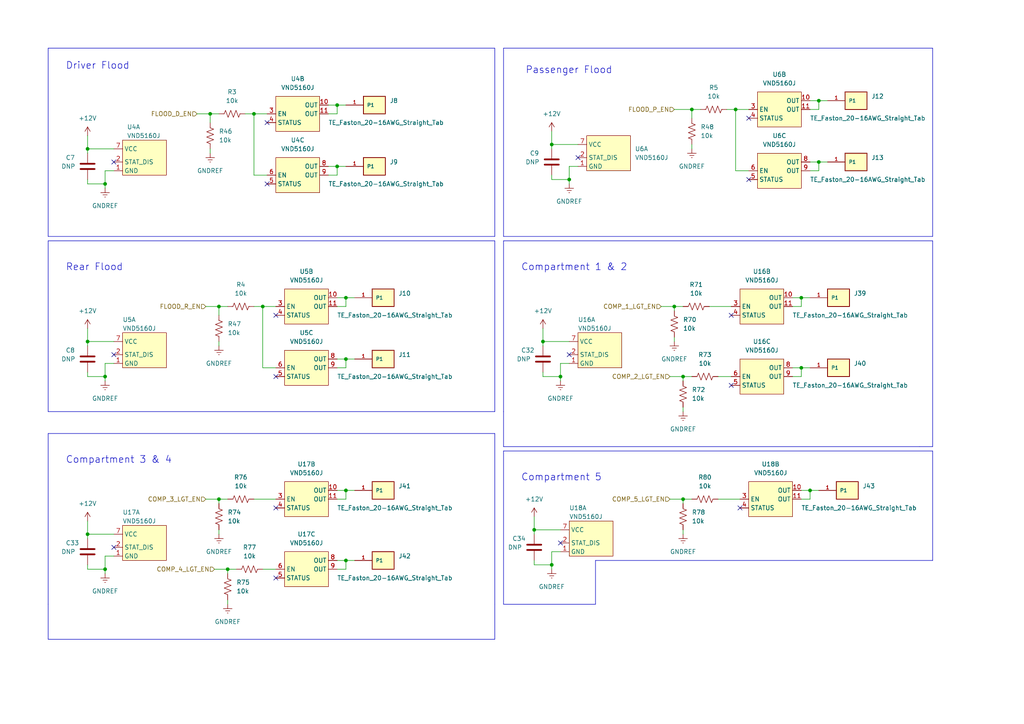
<source format=kicad_sch>
(kicad_sch (version 20230121) (generator eeschema)
  (paper "A4")
  (lib_symbols
    (symbol "Device:C" (pin_numbers hide) (pin_names (offset 0.254))
      (property "Reference" "C" (at 0.635 2.54 0))
      (property "Value" "C" (at 0.635 -2.54 0))
      (symbol "C_0_1"
        (polyline (pts (xy -2.032 -0.762) (xy 2.032 -0.762)) (stroke (width 0.508)))
        (polyline (pts (xy -2.032 0.762) (xy 2.032 0.762)) (stroke (width 0.508)))
      )
      (symbol "C_1_1"
        (pin passive line (at 0 3.81 270) (length 2.794) (name "~") (number "1"))
        (pin passive line (at 0 -3.81 90) (length 2.794) (name "~") (number "2"))
      )
    )
    (symbol "Device:R_US" (pin_numbers hide) (pin_names (offset 0))
      (property "Reference" "R" (at 2.54 0 90))
      (property "Value" "R_US" (at -2.54 0 90))
      (symbol "R_US_0_1"
        (polyline (pts (xy 0 -2.286) (xy 0 -2.54)))
        (polyline (pts (xy 0 2.286) (xy 0 2.54)))
        (polyline (pts (xy 0 -0.762) (xy 1.016 -1.143) (xy 0 -1.524) (xy -1.016 -1.905) (xy 0 -2.286)))
        (polyline (pts (xy 0 0.762) (xy 1.016 0.381) (xy 0 0) (xy -1.016 -0.381) (xy 0 -0.762)))
        (polyline (pts (xy 0 2.286) (xy 1.016 1.905) (xy 0 1.524) (xy -1.016 1.143) (xy 0 0.762)))
      )
      (symbol "R_US_1_1"
        (pin passive line (at 0 3.81 270) (length 1.27) (name "~") (number "1"))
        (pin passive line (at 0 -3.81 90) (length 1.27) (name "~") (number "2"))
      )
    )
    (symbol "Toadly:TE_Faston_20-16AWG_Straight_Tab" (pin_names (offset 1.016))
      (property "Reference" "J" (at -3.81 3.81 0))
      (property "Value" "TE_Faston_20-16AWG_Straight_Tab" (at -5.08 -7.62 0))
      (symbol "TE_Faston_20-16AWG_Straight_Tab_0_0"
        (rectangle (start -2.54 2.54) (end 3.81 -2.54) (stroke (width 0.254)) (fill (type background)))
        (pin passive line (at -7.62 0 0) (length 5.08) (name "P1") (number "1"))
        (pin passive line (at -7.62 0 0) (length 5.08) hide (name "P1") (number "2"))
      )
    )
    (symbol "Toadly:VND5160J"
      (property "Reference" "U" (at 0 0 0))
      (property "Value" "VND5160J" (at 0 5.08 0))
      (symbol "VND5160J_0_1"
        (rectangle (start -6.35 -2.54) (end 6.35 -12.7) (fill (type background)))
      )
      (symbol "VND5160J_1_1"
        (pin input line (at -8.89 -11.43 0) (length 2.54) (name "GND") (number "1"))
        (pin input line (at -8.89 -5.08 0) (length 2.54) hide (name "VCC") (number "12"))
        (pin input line (at -8.89 -8.89 0) (length 2.54) (name "STAT_DIS") (number "2"))
        (pin input line (at -8.89 -5.08 0) (length 2.54) (name "VCC") (number "7"))
        (pin input line (at -8.89 -5.08 0) (length 2.54) hide (name "VCC") (number "PAD"))
      )
      (symbol "VND5160J_2_1"
        (pin output line (at 8.89 -5.08 180) (length 2.54) (name "OUT") (number "10"))
        (pin output line (at 8.89 -7.62 180) (length 2.54) (name "OUT") (number "11"))
        (pin input line (at -8.89 -7.62 0) (length 2.54) (name "EN") (number "3"))
        (pin output line (at -8.89 -10.16 0) (length 2.54) (name "STATUS") (number "4"))
      )
      (symbol "VND5160J_3_1"
        (pin output line (at -8.89 -10.16 0) (length 2.54) (name "STATUS") (number "5"))
        (pin input line (at -8.89 -7.62 0) (length 2.54) (name "EN") (number "6"))
        (pin output line (at 8.89 -5.08 180) (length 2.54) (name "OUT") (number "8"))
        (pin output line (at 8.89 -7.62 180) (length 2.54) (name "OUT") (number "9"))
      )
    )
    (symbol "power:+12V" (power) (pin_names (offset 0))
      (property "Value" "+12V" (at 0 3.556 0))
      (symbol "+12V_0_1"
        (polyline (pts (xy -0.762 1.27) (xy 0 2.54)))
        (polyline (pts (xy 0 0) (xy 0 2.54)))
        (polyline (pts (xy 0 2.54) (xy 0.762 1.27)))
      )
      (symbol "+12V_1_1"
        (pin power_in line (at 0 0 90) (length 0) hide (name "+12V") (number "1"))
      )
    )
    (symbol "power:GNDREF" (power) (pin_names (offset 0))
      (property "Value" "GNDREF" (at 0 -3.81 0))
      (symbol "GNDREF_0_1"
        (polyline (pts (xy -0.635 -1.905) (xy 0.635 -1.905)))
        (polyline (pts (xy -0.127 -2.54) (xy 0.127 -2.54)))
        (polyline (pts (xy 0 -1.27) (xy 0 0)))
        (polyline (pts (xy 1.27 -1.27) (xy -1.27 -1.27)))
      )
      (symbol "GNDREF_1_1"
        (pin power_in line (at 0 0 270) (length 0) hide (name "GNDREF") (number "1"))
      )
    )
  )
  (junction (at 73.66 33.02))
  (junction (at 30.48 109.22))
  (junction (at 63.5 144.78))
  (junction (at 154.94 153.67))
  (junction (at 165.1 52.07))
  (junction (at 157.48 99.06))
  (junction (at 97.79 48.26))
  (junction (at 232.41 86.36))
  (junction (at 100.33 86.36))
  (junction (at 100.33 162.56))
  (junction (at 66.04 165.1))
  (junction (at 232.41 106.68))
  (junction (at 198.12 144.78))
  (junction (at 30.48 53.34))
  (junction (at 195.58 88.9))
  (junction (at 237.49 46.99))
  (junction (at 63.5 88.9))
  (junction (at 198.12 109.22))
  (junction (at 200.66 31.75))
  (junction (at 160.02 41.91))
  (junction (at 160.02 163.83))
  (junction (at 97.79 30.48))
  (junction (at 100.33 142.24))
  (junction (at 76.2 88.9))
  (junction (at 25.4 154.94))
  (junction (at 30.48 165.1))
  (junction (at 237.49 29.21))
  (junction (at 60.96 33.02))
  (junction (at 100.33 104.14))
  (junction (at 213.36 31.75))
  (junction (at 162.56 109.22))
  (junction (at 25.4 99.06))
  (junction (at 234.95 142.24))
  (junction (at 25.4 43.18))
  (no_connect (at 77.47 35.56))
  (no_connect (at 162.56 157.48))
  (no_connect (at 212.09 111.76))
  (no_connect (at 214.63 147.32))
  (no_connect (at 217.17 34.29))
  (no_connect (at 165.1 102.87))
  (no_connect (at 80.01 147.32))
  (no_connect (at 80.01 109.22))
  (no_connect (at 212.09 91.44))
  (no_connect (at 77.47 53.34))
  (no_connect (at 80.01 91.44))
  (no_connect (at 33.02 158.75))
  (no_connect (at 217.17 52.07))
  (no_connect (at 80.01 167.64))
  (no_connect (at 33.02 102.87))
  (no_connect (at 167.64 45.72))
  (no_connect (at 33.02 46.99))
  (wire (pts (xy 194.31 109.22) (xy 198.12 109.22)))
  (wire (pts (xy 95.25 48.26) (xy 97.79 48.26)))
  (polyline (pts (xy 146.05 69.85) (xy 270.51 69.85)))
  (wire (pts (xy 165.1 48.26) (xy 167.64 48.26)))
  (wire (pts (xy 157.48 109.22) (xy 157.48 107.95)))
  (wire (pts (xy 100.33 106.68) (xy 100.33 104.14)))
  (wire (pts (xy 198.12 153.67) (xy 198.12 154.94)))
  (wire (pts (xy 234.95 142.24) (xy 237.49 142.24)))
  (wire (pts (xy 162.56 153.67) (xy 154.94 153.67)))
  (wire (pts (xy 30.48 53.34) (xy 25.4 53.34)))
  (wire (pts (xy 73.66 50.8) (xy 73.66 33.02)))
  (wire (pts (xy 160.02 163.83) (xy 154.94 163.83)))
  (wire (pts (xy 25.4 99.06) (xy 25.4 100.33)))
  (wire (pts (xy 63.5 99.06) (xy 63.5 100.33)))
  (wire (pts (xy 194.31 144.78) (xy 198.12 144.78)))
  (wire (pts (xy 60.96 33.02) (xy 60.96 35.56)))
  (wire (pts (xy 100.33 165.1) (xy 100.33 162.56)))
  (polyline (pts (xy 270.51 13.97) (xy 270.51 68.58)))
  (polyline (pts (xy 146.05 130.81) (xy 270.51 130.81)))
  (polyline (pts (xy 270.51 68.58) (xy 146.05 68.58)))
  (wire (pts (xy 157.48 99.06) (xy 157.48 95.25)))
  (wire (pts (xy 191.77 88.9) (xy 195.58 88.9)))
  (wire (pts (xy 97.79 30.48) (xy 100.33 30.48)))
  (wire (pts (xy 208.28 144.78) (xy 214.63 144.78)))
  (wire (pts (xy 97.79 86.36) (xy 100.33 86.36)))
  (wire (pts (xy 229.87 88.9) (xy 232.41 88.9)))
  (wire (pts (xy 160.02 163.83) (xy 160.02 165.1)))
  (wire (pts (xy 232.41 142.24) (xy 234.95 142.24)))
  (wire (pts (xy 97.79 162.56) (xy 100.33 162.56)))
  (wire (pts (xy 25.4 154.94) (xy 25.4 156.21)))
  (wire (pts (xy 25.4 165.1) (xy 25.4 163.83)))
  (wire (pts (xy 200.66 31.75) (xy 200.66 34.29)))
  (wire (pts (xy 30.48 105.41) (xy 30.48 109.22)))
  (polyline (pts (xy 13.97 68.58) (xy 13.97 13.97)))
  (wire (pts (xy 60.96 43.18) (xy 60.96 44.45)))
  (wire (pts (xy 154.94 153.67) (xy 154.94 149.86)))
  (wire (pts (xy 165.1 48.26) (xy 165.1 52.07)))
  (wire (pts (xy 73.66 144.78) (xy 80.01 144.78)))
  (wire (pts (xy 234.95 144.78) (xy 234.95 142.24)))
  (wire (pts (xy 195.58 31.75) (xy 200.66 31.75)))
  (polyline (pts (xy 143.51 68.58) (xy 13.97 68.58)))
  (wire (pts (xy 237.49 46.99) (xy 240.03 46.99)))
  (wire (pts (xy 73.66 33.02) (xy 77.47 33.02)))
  (wire (pts (xy 62.23 165.1) (xy 66.04 165.1)))
  (polyline (pts (xy 143.51 175.26) (xy 143.51 125.73)))
  (wire (pts (xy 30.48 165.1) (xy 30.48 166.37)))
  (wire (pts (xy 25.4 154.94) (xy 25.4 151.13)))
  (wire (pts (xy 97.79 50.8) (xy 97.79 48.26)))
  (wire (pts (xy 63.5 88.9) (xy 63.5 91.44)))
  (polyline (pts (xy 146.05 129.54) (xy 266.7 129.54)))
  (wire (pts (xy 57.15 33.02) (xy 60.96 33.02)))
  (wire (pts (xy 234.95 46.99) (xy 237.49 46.99)))
  (wire (pts (xy 30.48 165.1) (xy 25.4 165.1)))
  (wire (pts (xy 195.58 88.9) (xy 195.58 90.17)))
  (polyline (pts (xy 143.51 119.38) (xy 143.51 69.85)))
  (polyline (pts (xy 13.97 185.42) (xy 143.51 185.42)))
  (polyline (pts (xy 13.97 13.97) (xy 143.51 13.97)))
  (wire (pts (xy 95.25 33.02) (xy 97.79 33.02)))
  (wire (pts (xy 95.25 30.48) (xy 97.79 30.48)))
  (wire (pts (xy 213.36 49.53) (xy 213.36 31.75)))
  (wire (pts (xy 162.56 109.22) (xy 162.56 110.49)))
  (wire (pts (xy 59.69 88.9) (xy 63.5 88.9)))
  (wire (pts (xy 60.96 33.02) (xy 63.5 33.02)))
  (wire (pts (xy 76.2 106.68) (xy 76.2 88.9)))
  (wire (pts (xy 59.69 144.78) (xy 63.5 144.78)))
  (polyline (pts (xy 143.51 175.26) (xy 143.51 185.42)))
  (wire (pts (xy 232.41 88.9) (xy 232.41 86.36)))
  (wire (pts (xy 237.49 31.75) (xy 237.49 29.21)))
  (wire (pts (xy 25.4 99.06) (xy 25.4 95.25)))
  (polyline (pts (xy 13.97 119.38) (xy 143.51 119.38)))
  (wire (pts (xy 229.87 109.22) (xy 232.41 109.22)))
  (wire (pts (xy 200.66 31.75) (xy 203.2 31.75)))
  (wire (pts (xy 165.1 99.06) (xy 157.48 99.06)))
  (wire (pts (xy 33.02 43.18) (xy 25.4 43.18)))
  (wire (pts (xy 160.02 41.91) (xy 160.02 43.18)))
  (polyline (pts (xy 146.05 119.38) (xy 146.05 129.54)))
  (polyline (pts (xy 13.97 125.73) (xy 143.51 125.73)))
  (polyline (pts (xy 270.51 130.81) (xy 270.51 162.56)))
  (wire (pts (xy 212.09 109.22) (xy 208.28 109.22)))
  (wire (pts (xy 162.56 105.41) (xy 162.56 109.22)))
  (wire (pts (xy 71.12 33.02) (xy 73.66 33.02)))
  (wire (pts (xy 232.41 86.36) (xy 234.95 86.36)))
  (wire (pts (xy 30.48 109.22) (xy 25.4 109.22)))
  (wire (pts (xy 157.48 99.06) (xy 157.48 100.33)))
  (polyline (pts (xy 146.05 69.85) (xy 146.05 119.38)))
  (wire (pts (xy 232.41 144.78) (xy 234.95 144.78)))
  (wire (pts (xy 63.5 144.78) (xy 66.04 144.78)))
  (wire (pts (xy 100.33 104.14) (xy 102.87 104.14)))
  (wire (pts (xy 30.48 161.29) (xy 33.02 161.29)))
  (wire (pts (xy 200.66 41.91) (xy 200.66 43.18)))
  (wire (pts (xy 100.33 144.78) (xy 100.33 142.24)))
  (wire (pts (xy 165.1 52.07) (xy 160.02 52.07)))
  (wire (pts (xy 80.01 106.68) (xy 76.2 106.68)))
  (wire (pts (xy 66.04 173.99) (xy 66.04 175.26)))
  (wire (pts (xy 63.5 144.78) (xy 63.5 146.05)))
  (wire (pts (xy 97.79 142.24) (xy 100.33 142.24)))
  (polyline (pts (xy 270.51 69.85) (xy 270.51 129.54)))
  (wire (pts (xy 154.94 163.83) (xy 154.94 162.56)))
  (wire (pts (xy 30.48 161.29) (xy 30.48 165.1)))
  (wire (pts (xy 97.79 106.68) (xy 100.33 106.68)))
  (wire (pts (xy 100.33 88.9) (xy 100.33 86.36)))
  (wire (pts (xy 237.49 29.21) (xy 240.03 29.21)))
  (polyline (pts (xy 146.05 130.81) (xy 146.05 175.26)))
  (wire (pts (xy 160.02 52.07) (xy 160.02 50.8)))
  (wire (pts (xy 198.12 109.22) (xy 200.66 109.22)))
  (polyline (pts (xy 146.05 13.97) (xy 270.51 13.97)))
  (wire (pts (xy 198.12 144.78) (xy 200.66 144.78)))
  (wire (pts (xy 162.56 105.41) (xy 165.1 105.41)))
  (wire (pts (xy 25.4 53.34) (xy 25.4 52.07)))
  (wire (pts (xy 76.2 88.9) (xy 80.01 88.9)))
  (wire (pts (xy 234.95 29.21) (xy 237.49 29.21)))
  (wire (pts (xy 63.5 88.9) (xy 66.04 88.9)))
  (wire (pts (xy 234.95 31.75) (xy 237.49 31.75)))
  (wire (pts (xy 30.48 109.22) (xy 30.48 110.49)))
  (wire (pts (xy 237.49 49.53) (xy 237.49 46.99)))
  (wire (pts (xy 160.02 41.91) (xy 160.02 38.1)))
  (wire (pts (xy 195.58 88.9) (xy 198.12 88.9)))
  (wire (pts (xy 33.02 99.06) (xy 25.4 99.06)))
  (wire (pts (xy 100.33 86.36) (xy 102.87 86.36)))
  (wire (pts (xy 100.33 162.56) (xy 102.87 162.56)))
  (wire (pts (xy 198.12 109.22) (xy 198.12 110.49)))
  (wire (pts (xy 162.56 109.22) (xy 157.48 109.22)))
  (wire (pts (xy 97.79 165.1) (xy 100.33 165.1)))
  (polyline (pts (xy 13.97 125.73) (xy 13.97 175.26)))
  (wire (pts (xy 63.5 153.67) (xy 63.5 154.94)))
  (wire (pts (xy 77.47 50.8) (xy 73.66 50.8)))
  (wire (pts (xy 213.36 31.75) (xy 217.17 31.75)))
  (wire (pts (xy 25.4 43.18) (xy 25.4 39.37)))
  (polyline (pts (xy 146.05 13.97) (xy 146.05 68.58)))
  (polyline (pts (xy 172.72 175.26) (xy 172.72 162.56)))
  (wire (pts (xy 66.04 165.1) (xy 68.58 165.1)))
  (wire (pts (xy 232.41 106.68) (xy 234.95 106.68)))
  (wire (pts (xy 30.48 49.53) (xy 30.48 53.34)))
  (wire (pts (xy 97.79 104.14) (xy 100.33 104.14)))
  (polyline (pts (xy 146.05 175.26) (xy 172.72 175.26)))
  (wire (pts (xy 198.12 144.78) (xy 198.12 146.05)))
  (polyline (pts (xy 13.97 69.85) (xy 143.51 69.85)))
  (wire (pts (xy 73.66 88.9) (xy 76.2 88.9)))
  (wire (pts (xy 97.79 33.02) (xy 97.79 30.48)))
  (polyline (pts (xy 13.97 175.26) (xy 13.97 185.42)))
  (wire (pts (xy 30.48 105.41) (xy 33.02 105.41)))
  (wire (pts (xy 97.79 48.26) (xy 100.33 48.26)))
  (wire (pts (xy 66.04 165.1) (xy 66.04 166.37)))
  (wire (pts (xy 229.87 106.68) (xy 232.41 106.68)))
  (wire (pts (xy 97.79 144.78) (xy 100.33 144.78)))
  (polyline (pts (xy 13.97 69.85) (xy 13.97 119.38)))
  (wire (pts (xy 154.94 153.67) (xy 154.94 154.94)))
  (polyline (pts (xy 270.51 129.54) (xy 266.7 129.54)))
  (wire (pts (xy 195.58 97.79) (xy 195.58 99.06)))
  (wire (pts (xy 229.87 86.36) (xy 232.41 86.36)))
  (wire (pts (xy 165.1 52.07) (xy 165.1 53.34)))
  (wire (pts (xy 30.48 49.53) (xy 33.02 49.53)))
  (wire (pts (xy 198.12 118.11) (xy 198.12 119.38)))
  (wire (pts (xy 25.4 43.18) (xy 25.4 44.45)))
  (wire (pts (xy 80.01 165.1) (xy 76.2 165.1)))
  (wire (pts (xy 95.25 50.8) (xy 97.79 50.8)))
  (wire (pts (xy 30.48 53.34) (xy 30.48 54.61)))
  (polyline (pts (xy 143.51 13.97) (xy 143.51 68.58)))
  (wire (pts (xy 217.17 49.53) (xy 213.36 49.53)))
  (wire (pts (xy 100.33 142.24) (xy 102.87 142.24)))
  (wire (pts (xy 167.64 41.91) (xy 160.02 41.91)))
  (wire (pts (xy 97.79 88.9) (xy 100.33 88.9)))
  (wire (pts (xy 232.41 109.22) (xy 232.41 106.68)))
  (wire (pts (xy 160.02 160.02) (xy 162.56 160.02)))
  (wire (pts (xy 33.02 154.94) (xy 25.4 154.94)))
  (polyline (pts (xy 172.72 162.56) (xy 270.51 162.56)))
  (wire (pts (xy 234.95 49.53) (xy 237.49 49.53)))
  (wire (pts (xy 205.74 88.9) (xy 212.09 88.9)))
  (wire (pts (xy 160.02 160.02) (xy 160.02 163.83)))
  (wire (pts (xy 210.82 31.75) (xy 213.36 31.75)))
  (wire (pts (xy 25.4 109.22) (xy 25.4 107.95)))
  (text "Rear Flood" (at 19.05 78.74 0) (effects (font (size 2 2)) (justify left bottom)))
  (text "Driver Flood" (at 19.05 20.32 0) (effects (font (size 2 2)) (justify left bottom)))
  (text "Compartment 3 & 4" (at 19.05 134.62 0) (effects (font (size 2 2)) (justify left bottom)))
  (text "Passenger Flood" (at 152.4 21.59 0) (effects (font (size 2 2)) (justify left bottom)))
  (text "Compartment 1 & 2" (at 151.13 78.74 0) (effects (font (size 2 2)) (justify left bottom)))
  (text "Compartment 5" (at 151.13 139.7 0) (effects (font (size 2 2)) (justify left bottom)))
  (hierarchical_label "FLOOD_D_EN" (shape input) (at 57.15 33.02 180))
  (hierarchical_label "COMP_1_LGT_EN" (shape input) (at 191.77 88.9 180))
  (hierarchical_label "COMP_3_LGT_EN" (shape input) (at 59.69 144.78 180))
  (hierarchical_label "FLOOD_R_EN" (shape input) (at 59.69 88.9 180))
  (hierarchical_label "COMP_5_LGT_EN" (shape input) (at 194.31 144.78 180))
  (hierarchical_label "FLOOD_P_EN" (shape input) (at 195.58 31.75 180))
  (hierarchical_label "COMP_4_LGT_EN" (shape input) (at 62.23 165.1 180))
  (hierarchical_label "COMP_2_LGT_EN" (shape input) (at 194.31 109.22 180))
  (symbol (lib_id "power:GNDREF") (at 30.48 54.61 0) (unit 1)
    (property "Reference" "#PWR027" (effects hide))
    (property "Value" "GNDREF" (at 30.48 59.69 0))
  )
  (symbol (lib_id "power:+12V") (at 25.4 39.37 0) (unit 1)
    (property "Reference" "#PWR025" (effects hide))
    (property "Value" "+12V" (at 25.4 34.29 0))
  )
  (symbol (lib_id "Device:R_US") (at 201.93 88.9 90) (unit 1)
    (property "Reference" "R71" (at 201.93 82.55 90))
    (property "Value" "10k" (at 201.93 85.09 90))
    (property "Footprint" "Resistor_SMD:R_0805_2012Metric_Pad1.20x1.40mm_HandSolder" (effects hide))
  )
  (symbol (lib_id "Toadly:VND5160J") (at 173.99 93.98 0) (unit 1)
    (property "Reference" "U16" (at 167.64 92.71 0) (effects (justify left)))
    (property "Value" "VND5160J" (at 167.64 95.25 0) (effects (justify left)))
    (property "Footprint" "Toadly:POWERSSO-12" (effects hide))
  )
  (symbol (lib_id "Device:R_US") (at 198.12 114.3 180) (unit 1)
    (property "Reference" "R72" (at 200.66 113.0299 0) (effects (justify right)))
    (property "Value" "10k" (at 200.66 115.5699 0) (effects (justify right)))
    (property "Footprint" "Resistor_SMD:R_0805_2012Metric_Pad1.20x1.40mm_HandSolder" (effects hide))
  )
  (symbol (lib_id "Toadly:VND5160J") (at 176.53 36.83 0) (unit 1)
    (property "Reference" "U6" (at 184.15 43.1799 0) (effects (justify left)))
    (property "Value" "VND5160J" (at 184.15 45.7199 0) (effects (justify left)))
    (property "Footprint" "Toadly:POWERSSO-12" (effects hide))
  )
  (symbol (lib_id "Toadly:VND5160J") (at 220.98 101.6 0) (unit 3)
    (property "Reference" "U16" (at 220.98 99.06 0))
    (property "Value" "VND5160J" (at 220.98 101.6 0))
    (property "Footprint" "Toadly:POWERSSO-12" (effects hide))
  )
  (symbol (lib_id "Device:R_US") (at 204.47 144.78 90) (unit 1)
    (property "Reference" "R80" (at 204.47 138.43 90))
    (property "Value" "10k" (at 204.47 140.97 90))
    (property "Footprint" "Resistor_SMD:R_0805_2012Metric_Pad1.20x1.40mm_HandSolder" (effects hide))
  )
  (symbol (lib_id "Device:R_US") (at 207.01 31.75 90) (unit 1)
    (property "Reference" "R5" (at 207.01 25.4 90))
    (property "Value" "10k" (at 207.01 27.94 90))
    (property "Footprint" "Resistor_SMD:R_0805_2012Metric_Pad1.20x1.40mm_HandSolder" (effects hide))
  )
  (symbol (lib_id "Toadly:TE_Faston_20-16AWG_Straight_Tab") (at 110.49 142.24 0) (unit 1)
    (property "Reference" "J41" (at 115.57 140.9699 0) (effects (justify left)))
    (property "Value" "TE_Faston_20-16AWG_Straight_Tab" (at 97.79 147.32 0) (effects (justify left)))
    (property "Footprint" "TE_Faston_20-16AWG_Straight_Tab" (effects hide))
    (property "Comment" "Faston" (effects hide))
  )
  (symbol (lib_id "Toadly:TE_Faston_20-16AWG_Straight_Tab") (at 107.95 48.26 0) (unit 1)
    (property "Reference" "J9" (at 113.03 46.9899 0) (effects (justify left)))
    (property "Value" "TE_Faston_20-16AWG_Straight_Tab" (at 95.25 53.34 0) (effects (justify left)))
    (property "Footprint" "TE_Faston_20-16AWG_Straight_Tab" (effects hide))
    (property "Comment" "Faston" (effects hide))
  )
  (symbol (lib_id "Toadly:TE_Faston_20-16AWG_Straight_Tab") (at 107.95 30.48 0) (unit 1)
    (property "Reference" "J8" (at 113.03 29.2099 0) (effects (justify left)))
    (property "Value" "TE_Faston_20-16AWG_Straight_Tab" (at 95.25 35.56 0) (effects (justify left)))
    (property "Footprint" "TE_Faston_20-16AWG_Straight_Tab" (effects hide))
    (property "Comment" "Faston" (effects hide))
  )
  (symbol (lib_id "Toadly:TE_Faston_20-16AWG_Straight_Tab") (at 247.65 29.21 0) (unit 1)
    (property "Reference" "J12" (at 252.73 27.9399 0) (effects (justify left)))
    (property "Value" "TE_Faston_20-16AWG_Straight_Tab" (at 234.95 34.29 0) (effects (justify left)))
    (property "Footprint" "TE_Faston_20-16AWG_Straight_Tab" (effects hide))
    (property "Comment" "Faston" (effects hide))
  )
  (symbol (lib_id "Device:R_US") (at 67.31 33.02 90) (unit 1)
    (property "Reference" "R3" (at 67.31 26.67 90))
    (property "Value" "10k" (at 67.31 29.21 90))
    (property "Footprint" "Resistor_SMD:R_0805_2012Metric_Pad1.20x1.40mm_HandSolder" (effects hide))
  )
  (symbol (lib_id "power:GNDREF") (at 198.12 154.94 0) (unit 1)
    (property "Reference" "#PWR0115" (effects hide))
    (property "Value" "GNDREF" (at 198.12 160.02 0))
  )
  (symbol (lib_id "Toadly:VND5160J") (at 86.36 43.18 0) (unit 3)
    (property "Reference" "U4" (at 86.36 40.64 0))
    (property "Value" "VND5160J" (at 86.36 43.18 0))
    (property "Footprint" "Toadly:POWERSSO-12" (effects hide))
  )
  (symbol (lib_id "Device:R_US") (at 66.04 170.18 180) (unit 1)
    (property "Reference" "R75" (at 68.58 168.9099 0) (effects (justify right)))
    (property "Value" "10k" (at 68.58 171.4499 0) (effects (justify right)))
    (property "Footprint" "Resistor_SMD:R_0805_2012Metric_Pad1.20x1.40mm_HandSolder" (effects hide))
  )
  (symbol (lib_id "Device:C") (at 157.48 104.14 0) (unit 1)
    (property "Reference" "C32" (at 151.13 101.6 0) (effects (justify left)))
    (property "Value" "DNP" (at 149.86 104.14 0) (effects (justify left)))
    (property "Footprint" "Capacitor_SMD:C_0805_2012Metric_Pad1.18x1.45mm_HandSolder" (effects hide))
  )
  (symbol (lib_id "Device:R_US") (at 198.12 149.86 180) (unit 1)
    (property "Reference" "R78" (at 200.66 148.5899 0) (effects (justify right)))
    (property "Value" "10k" (at 200.66 151.1299 0) (effects (justify right)))
    (property "Footprint" "Resistor_SMD:R_0805_2012Metric_Pad1.20x1.40mm_HandSolder" (effects hide))
  )
  (symbol (lib_id "Device:R_US") (at 60.96 39.37 180) (unit 1)
    (property "Reference" "R46" (at 63.5 38.0999 0) (effects (justify right)))
    (property "Value" "10k" (at 63.5 40.6399 0) (effects (justify right)))
    (property "Footprint" "Resistor_SMD:R_0805_2012Metric_Pad1.20x1.40mm_HandSolder" (effects hide))
  )
  (symbol (lib_id "Device:R_US") (at 69.85 88.9 90) (unit 1)
    (property "Reference" "R4" (at 69.85 82.55 90))
    (property "Value" "10k" (at 69.85 85.09 90))
    (property "Footprint" "Resistor_SMD:R_0805_2012Metric_Pad1.20x1.40mm_HandSolder" (effects hide))
  )
  (symbol (lib_id "Toadly:VND5160J") (at 223.52 137.16 0) (unit 2)
    (property "Reference" "U18" (at 223.52 134.62 0))
    (property "Value" "VND5160J" (at 223.52 137.16 0))
    (property "Footprint" "Toadly:POWERSSO-12" (effects hide))
  )
  (symbol (lib_id "Toadly:VND5160J") (at 88.9 137.16 0) (unit 2)
    (property "Reference" "U17" (at 88.9 134.62 0))
    (property "Value" "VND5160J" (at 88.9 137.16 0))
    (property "Footprint" "Toadly:POWERSSO-12" (effects hide))
  )
  (symbol (lib_id "Toadly:TE_Faston_20-16AWG_Straight_Tab") (at 110.49 104.14 0) (unit 1)
    (property "Reference" "J11" (at 115.57 102.8699 0) (effects (justify left)))
    (property "Value" "TE_Faston_20-16AWG_Straight_Tab" (at 97.79 109.22 0) (effects (justify left)))
    (property "Footprint" "TE_Faston_20-16AWG_Straight_Tab" (effects hide))
    (property "Comment" "Faston" (effects hide))
  )
  (symbol (lib_id "Device:R_US") (at 200.66 38.1 180) (unit 1)
    (property "Reference" "R48" (at 203.2 36.8299 0) (effects (justify right)))
    (property "Value" "10k" (at 203.2 39.3699 0) (effects (justify right)))
    (property "Footprint" "Resistor_SMD:R_0805_2012Metric_Pad1.20x1.40mm_HandSolder" (effects hide))
  )
  (symbol (lib_id "Toadly:VND5160J") (at 226.06 41.91 0) (unit 3)
    (property "Reference" "U6" (at 226.06 39.37 0))
    (property "Value" "VND5160J" (at 226.06 41.91 0))
    (property "Footprint" "Toadly:POWERSSO-12" (effects hide))
  )
  (symbol (lib_id "power:+12V") (at 157.48 95.25 0) (unit 1)
    (property "Reference" "#PWR0105" (effects hide))
    (property "Value" "+12V" (at 157.48 90.17 0))
  )
  (symbol (lib_id "Toadly:VND5160J") (at 41.91 149.86 0) (unit 1)
    (property "Reference" "U17" (at 35.56 148.59 0) (effects (justify left)))
    (property "Value" "VND5160J" (at 35.56 151.13 0) (effects (justify left)))
    (property "Footprint" "Toadly:POWERSSO-12" (effects hide))
  )
  (symbol (lib_id "Device:C") (at 25.4 104.14 0) (unit 1)
    (property "Reference" "C8" (at 19.05 101.6 0) (effects (justify left)))
    (property "Value" "DNP" (at 17.78 104.14 0) (effects (justify left)))
    (property "Footprint" "Capacitor_SMD:C_0805_2012Metric_Pad1.18x1.45mm_HandSolder" (effects hide))
  )
  (symbol (lib_id "power:+12V") (at 25.4 95.25 0) (unit 1)
    (property "Reference" "#PWR026" (effects hide))
    (property "Value" "+12V" (at 25.4 90.17 0))
  )
  (symbol (lib_id "Device:C") (at 25.4 160.02 0) (unit 1)
    (property "Reference" "C33" (at 19.05 157.48 0) (effects (justify left)))
    (property "Value" "DNP" (at 17.78 160.02 0) (effects (justify left)))
    (property "Footprint" "Capacitor_SMD:C_0805_2012Metric_Pad1.18x1.45mm_HandSolder" (effects hide))
  )
  (symbol (lib_id "Device:C") (at 160.02 46.99 0) (unit 1)
    (property "Reference" "C9" (at 153.67 44.45 0) (effects (justify left)))
    (property "Value" "DNP" (at 152.4 46.99 0) (effects (justify left)))
    (property "Footprint" "Capacitor_SMD:C_0805_2012Metric_Pad1.18x1.45mm_HandSolder" (effects hide))
  )
  (symbol (lib_id "Toadly:TE_Faston_20-16AWG_Straight_Tab") (at 242.57 86.36 0) (unit 1)
    (property "Reference" "J39" (at 247.65 85.0899 0) (effects (justify left)))
    (property "Value" "TE_Faston_20-16AWG_Straight_Tab" (at 229.87 91.44 0) (effects (justify left)))
    (property "Footprint" "TE_Faston_20-16AWG_Straight_Tab" (effects hide))
    (property "Comment" "Faston" (effects hide))
  )
  (symbol (lib_id "Toadly:VND5160J") (at 41.91 38.1 0) (unit 1)
    (property "Reference" "U4" (at 36.83 36.83 0) (effects (justify left)))
    (property "Value" "VND5160J" (at 36.83 39.37 0) (effects (justify left)))
    (property "Footprint" "Toadly:POWERSSO-12" (effects hide))
  )
  (symbol (lib_id "Toadly:VND5160J") (at 86.36 25.4 0) (unit 2)
    (property "Reference" "U4" (at 86.36 22.86 0))
    (property "Value" "VND5160J" (at 86.36 25.4 0))
    (property "Footprint" "Toadly:POWERSSO-12" (effects hide))
  )
  (symbol (lib_id "Toadly:VND5160J") (at 88.9 81.28 0) (unit 2)
    (property "Reference" "U5" (at 88.9 78.74 0))
    (property "Value" "VND5160J" (at 88.9 81.28 0))
    (property "Footprint" "Toadly:POWERSSO-12" (effects hide))
  )
  (symbol (lib_id "Toadly:VND5160J") (at 171.45 148.59 0) (unit 1)
    (property "Reference" "U18" (at 165.1 147.32 0) (effects (justify left)))
    (property "Value" "VND5160J" (at 165.1 149.86 0) (effects (justify left)))
    (property "Footprint" "Toadly:POWERSSO-12" (effects hide))
  )
  (symbol (lib_id "power:GNDREF") (at 30.48 166.37 0) (unit 1)
    (property "Reference" "#PWR0110" (effects hide))
    (property "Value" "GNDREF" (at 30.48 171.45 0))
  )
  (symbol (lib_id "power:GNDREF") (at 63.5 100.33 0) (unit 1)
    (property "Reference" "#PWR075" (effects hide))
    (property "Value" "GNDREF" (at 63.5 105.41 0))
  )
  (symbol (lib_id "Device:R_US") (at 63.5 149.86 180) (unit 1)
    (property "Reference" "R74" (at 66.04 148.5899 0) (effects (justify right)))
    (property "Value" "10k" (at 66.04 151.1299 0) (effects (justify right)))
    (property "Footprint" "Resistor_SMD:R_0805_2012Metric_Pad1.20x1.40mm_HandSolder" (effects hide))
  )
  (symbol (lib_id "power:GNDREF") (at 160.02 165.1 0) (unit 1)
    (property "Reference" "#PWR0114" (effects hide))
    (property "Value" "GNDREF" (at 160.02 170.18 0))
  )
  (symbol (lib_id "Device:R_US") (at 69.85 144.78 90) (unit 1)
    (property "Reference" "R76" (at 69.85 138.43 90))
    (property "Value" "10k" (at 69.85 140.97 90))
    (property "Footprint" "Resistor_SMD:R_0805_2012Metric_Pad1.20x1.40mm_HandSolder" (effects hide))
  )
  (symbol (lib_id "power:+12V") (at 154.94 149.86 0) (unit 1)
    (property "Reference" "#PWR0113" (effects hide))
    (property "Value" "+12V" (at 154.94 144.78 0))
  )
  (symbol (lib_id "Device:R_US") (at 72.39 165.1 90) (unit 1)
    (property "Reference" "R77" (at 72.39 158.75 90))
    (property "Value" "10k" (at 72.39 161.29 90))
    (property "Footprint" "Resistor_SMD:R_0805_2012Metric_Pad1.20x1.40mm_HandSolder" (effects hide))
  )
  (symbol (lib_id "power:GNDREF") (at 200.66 43.18 0) (unit 1)
    (property "Reference" "#PWR076" (effects hide))
    (property "Value" "GNDREF" (at 200.66 48.26 0))
  )
  (symbol (lib_id "Device:R_US") (at 195.58 93.98 180) (unit 1)
    (property "Reference" "R70" (at 198.12 92.7099 0) (effects (justify right)))
    (property "Value" "10k" (at 198.12 95.2499 0) (effects (justify right)))
    (property "Footprint" "Resistor_SMD:R_0805_2012Metric_Pad1.20x1.40mm_HandSolder" (effects hide))
  )
  (symbol (lib_id "power:GNDREF") (at 162.56 110.49 0) (unit 1)
    (property "Reference" "#PWR0106" (effects hide))
    (property "Value" "GNDREF" (at 162.56 115.57 0))
  )
  (symbol (lib_id "power:+12V") (at 160.02 38.1 0) (unit 1)
    (property "Reference" "#PWR029" (effects hide))
    (property "Value" "+12V" (at 160.02 33.02 0))
  )
  (symbol (lib_id "Toadly:TE_Faston_20-16AWG_Straight_Tab") (at 245.11 142.24 0) (unit 1)
    (property "Reference" "J43" (at 250.19 140.9699 0) (effects (justify left)))
    (property "Value" "TE_Faston_20-16AWG_Straight_Tab" (at 232.41 147.32 0) (effects (justify left)))
    (property "Footprint" "TE_Faston_20-16AWG_Straight_Tab" (effects hide))
    (property "Comment" "Faston" (effects hide))
  )
  (symbol (lib_id "Toadly:TE_Faston_20-16AWG_Straight_Tab") (at 242.57 106.68 0) (unit 1)
    (property "Reference" "J40" (at 247.65 105.4099 0) (effects (justify left)))
    (property "Value" "TE_Faston_20-16AWG_Straight_Tab" (at 229.87 111.76 0) (effects (justify left)))
    (property "Footprint" "TE_Faston_20-16AWG_Straight_Tab" (effects hide))
    (property "Comment" "Faston" (effects hide))
  )
  (symbol (lib_id "Device:R_US") (at 204.47 109.22 90) (unit 1)
    (property "Reference" "R73" (at 204.47 102.87 90))
    (property "Value" "10k" (at 204.47 105.41 90))
    (property "Footprint" "Resistor_SMD:R_0805_2012Metric_Pad1.20x1.40mm_HandSolder" (effects hide))
  )
  (symbol (lib_id "Toadly:VND5160J") (at 88.9 99.06 0) (unit 3)
    (property "Reference" "U5" (at 88.9 96.52 0))
    (property "Value" "VND5160J" (at 88.9 99.06 0))
    (property "Footprint" "Toadly:POWERSSO-12" (effects hide))
  )
  (symbol (lib_id "Toadly:VND5160J") (at 41.91 93.98 0) (unit 1)
    (property "Reference" "U5" (at 35.56 92.71 0) (effects (justify left)))
    (property "Value" "VND5160J" (at 35.56 95.25 0) (effects (justify left)))
    (property "Footprint" "Toadly:POWERSSO-12" (effects hide))
  )
  (symbol (lib_id "Device:C") (at 25.4 48.26 0) (unit 1)
    (property "Reference" "C7" (at 19.05 45.72 0) (effects (justify left)))
    (property "Value" "DNP" (at 17.78 48.26 0) (effects (justify left)))
    (property "Footprint" "Capacitor_SMD:C_0805_2012Metric_Pad1.18x1.45mm_HandSolder" (effects hide))
  )
  (symbol (lib_id "Toadly:TE_Faston_20-16AWG_Straight_Tab") (at 247.65 46.99 0) (unit 1)
    (property "Reference" "J13" (at 252.73 45.7199 0) (effects (justify left)))
    (property "Value" "TE_Faston_20-16AWG_Straight_Tab" (at 234.95 52.07 0) (effects (justify left)))
    (property "Footprint" "TE_Faston_20-16AWG_Straight_Tab" (effects hide))
    (property "Comment" "Faston" (effects hide))
  )
  (symbol (lib_id "Device:R_US") (at 63.5 95.25 180) (unit 1)
    (property "Reference" "R47" (at 66.04 93.9799 0) (effects (justify right)))
    (property "Value" "10k" (at 66.04 96.5199 0) (effects (justify right)))
    (property "Footprint" "Resistor_SMD:R_0805_2012Metric_Pad1.20x1.40mm_HandSolder" (effects hide))
  )
  (symbol (lib_id "Toadly:VND5160J") (at 226.06 24.13 0) (unit 2)
    (property "Reference" "U6" (at 226.06 21.59 0))
    (property "Value" "VND5160J" (at 226.06 24.13 0))
    (property "Footprint" "Toadly:POWERSSO-12" (effects hide))
  )
  (symbol (lib_id "Toadly:VND5160J") (at 88.9 157.48 0) (unit 3)
    (property "Reference" "U17" (at 88.9 154.94 0))
    (property "Value" "VND5160J" (at 88.9 157.48 0))
    (property "Footprint" "Toadly:POWERSSO-12" (effects hide))
  )
  (symbol (lib_id "power:+12V") (at 25.4 151.13 0) (unit 1)
    (property "Reference" "#PWR0109" (effects hide))
    (property "Value" "+12V" (at 25.4 146.05 0))
  )
  (symbol (lib_id "power:GNDREF") (at 198.12 119.38 0) (unit 1)
    (property "Reference" "#PWR0108" (effects hide))
    (property "Value" "GNDREF" (at 198.12 124.46 0))
  )
  (symbol (lib_id "power:GNDREF") (at 66.04 175.26 0) (unit 1)
    (property "Reference" "#PWR0112" (effects hide))
    (property "Value" "GNDREF" (at 66.04 180.34 0))
  )
  (symbol (lib_id "power:GNDREF") (at 195.58 99.06 0) (unit 1)
    (property "Reference" "#PWR0107" (effects hide))
    (property "Value" "GNDREF" (at 195.58 104.14 0))
  )
  (symbol (lib_id "Toadly:VND5160J") (at 220.98 81.28 0) (unit 2)
    (property "Reference" "U16" (at 220.98 78.74 0))
    (property "Value" "VND5160J" (at 220.98 81.28 0))
    (property "Footprint" "Toadly:POWERSSO-12" (effects hide))
  )
  (symbol (lib_id "Device:C") (at 154.94 158.75 0) (unit 1)
    (property "Reference" "C34" (at 148.59 156.21 0) (effects (justify left)))
    (property "Value" "DNP" (at 147.32 158.75 0) (effects (justify left)))
    (property "Footprint" "Capacitor_SMD:C_0805_2012Metric_Pad1.18x1.45mm_HandSolder" (effects hide))
  )
  (symbol (lib_id "power:GNDREF") (at 63.5 154.94 0) (unit 1)
    (property "Reference" "#PWR0111" (effects hide))
    (property "Value" "GNDREF" (at 63.5 160.02 0))
  )
  (symbol (lib_id "power:GNDREF") (at 60.96 44.45 0) (unit 1)
    (property "Reference" "#PWR074" (effects hide))
    (property "Value" "GNDREF" (at 60.96 49.53 0))
  )
  (symbol (lib_id "power:GNDREF") (at 165.1 53.34 0) (unit 1)
    (property "Reference" "#PWR030" (effects hide))
    (property "Value" "GNDREF" (at 165.1 58.42 0))
  )
  (symbol (lib_id "power:GNDREF") (at 30.48 110.49 0) (unit 1)
    (property "Reference" "#PWR028" (effects hide))
    (property "Value" "GNDREF" (at 30.48 115.57 0))
  )
  (symbol (lib_id "Toadly:TE_Faston_20-16AWG_Straight_Tab") (at 110.49 86.36 0) (unit 1)
    (property "Reference" "J10" (at 115.57 85.0899 0) (effects (justify left)))
    (property "Value" "TE_Faston_20-16AWG_Straight_Tab" (at 97.79 91.44 0) (effects (justify left)))
    (property "Footprint" "TE_Faston_20-16AWG_Straight_Tab" (effects hide))
    (property "Comment" "Faston" (effects hide))
  )
  (symbol (lib_id "Toadly:TE_Faston_20-16AWG_Straight_Tab") (at 110.49 162.56 0) (unit 1)
    (property "Reference" "J42" (at 115.57 161.2899 0) (effects (justify left)))
    (property "Value" "TE_Faston_20-16AWG_Straight_Tab" (at 97.79 167.64 0) (effects (justify left)))
    (property "Footprint" "TE_Faston_20-16AWG_Straight_Tab" (effects hide))
    (property "Comment" "Faston" (effects hide))
  )
)
</source>
